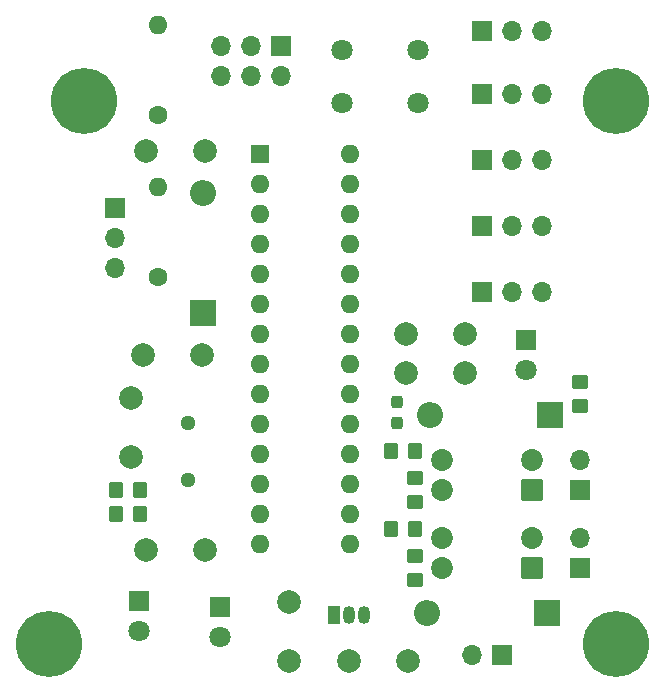
<source format=gbr>
%TF.GenerationSoftware,KiCad,Pcbnew,7.0.7*%
%TF.CreationDate,2023-09-24T14:06:49+13:00*%
%TF.ProjectId,MAIN BOARD,4d41494e-2042-44f4-9152-442e6b696361,rev?*%
%TF.SameCoordinates,Original*%
%TF.FileFunction,Soldermask,Top*%
%TF.FilePolarity,Negative*%
%FSLAX46Y46*%
G04 Gerber Fmt 4.6, Leading zero omitted, Abs format (unit mm)*
G04 Created by KiCad (PCBNEW 7.0.7) date 2023-09-24 14:06:49*
%MOMM*%
%LPD*%
G01*
G04 APERTURE LIST*
G04 Aperture macros list*
%AMRoundRect*
0 Rectangle with rounded corners*
0 $1 Rounding radius*
0 $2 $3 $4 $5 $6 $7 $8 $9 X,Y pos of 4 corners*
0 Add a 4 corners polygon primitive as box body*
4,1,4,$2,$3,$4,$5,$6,$7,$8,$9,$2,$3,0*
0 Add four circle primitives for the rounded corners*
1,1,$1+$1,$2,$3*
1,1,$1+$1,$4,$5*
1,1,$1+$1,$6,$7*
1,1,$1+$1,$8,$9*
0 Add four rect primitives between the rounded corners*
20,1,$1+$1,$2,$3,$4,$5,0*
20,1,$1+$1,$4,$5,$6,$7,0*
20,1,$1+$1,$6,$7,$8,$9,0*
20,1,$1+$1,$8,$9,$2,$3,0*%
G04 Aperture macros list end*
%ADD10C,2.000000*%
%ADD11R,1.700000X1.700000*%
%ADD12O,1.700000X1.700000*%
%ADD13R,1.800000X1.800000*%
%ADD14C,1.800000*%
%ADD15R,2.200000X2.200000*%
%ADD16O,2.200000X2.200000*%
%ADD17C,5.600000*%
%ADD18RoundRect,0.250000X-0.350000X-0.450000X0.350000X-0.450000X0.350000X0.450000X-0.350000X0.450000X0*%
%ADD19RoundRect,0.250000X0.350000X0.450000X-0.350000X0.450000X-0.350000X-0.450000X0.350000X-0.450000X0*%
%ADD20R,1.600000X1.600000*%
%ADD21O,1.600000X1.600000*%
%ADD22RoundRect,0.102000X0.825000X0.825000X-0.825000X0.825000X-0.825000X-0.825000X0.825000X-0.825000X0*%
%ADD23C,1.854000*%
%ADD24C,1.600000*%
%ADD25RoundRect,0.250000X-0.450000X0.350000X-0.450000X-0.350000X0.450000X-0.350000X0.450000X0.350000X0*%
%ADD26C,1.284000*%
%ADD27R,1.050000X1.500000*%
%ADD28O,1.050000X1.500000*%
%ADD29RoundRect,0.237500X0.237500X-0.287500X0.237500X0.287500X-0.237500X0.287500X-0.237500X-0.287500X0*%
G04 APERTURE END LIST*
D10*
%TO.C,C7*%
X157440000Y-122428000D03*
X152440000Y-122428000D03*
%TD*%
D11*
%TO.C,J6*%
X165359000Y-121920000D03*
D12*
X162819000Y-121920000D03*
%TD*%
D10*
%TO.C,C6*%
X162266000Y-94742000D03*
X157266000Y-94742000D03*
%TD*%
D13*
%TO.C,D3*%
X134620000Y-117343000D03*
D14*
X134620000Y-119883000D03*
%TD*%
D11*
%TO.C,J9*%
X132588000Y-84089000D03*
D12*
X132588000Y-86629000D03*
X132588000Y-89169000D03*
%TD*%
D10*
%TO.C,C2*%
X133948000Y-105124000D03*
X133948000Y-100124000D03*
%TD*%
D11*
%TO.C,J8*%
X171958000Y-114559000D03*
D12*
X171958000Y-112019000D03*
%TD*%
D15*
%TO.C,D1*%
X169164000Y-118364000D03*
D16*
X159004000Y-118364000D03*
%TD*%
D17*
%TO.C,REF\u002A\u002A*%
X130000000Y-75000000D03*
%TD*%
%TO.C,REF\u002A\u002A*%
X127000000Y-121000000D03*
%TD*%
D11*
%TO.C,J1*%
X163666000Y-91194000D03*
D12*
X166206000Y-91194000D03*
X168746000Y-91194000D03*
%TD*%
D18*
%TO.C,R8*%
X155972000Y-111252000D03*
X157972000Y-111252000D03*
%TD*%
D15*
%TO.C,D5*%
X169418000Y-101600000D03*
D16*
X159258000Y-101600000D03*
%TD*%
D13*
%TO.C,D6*%
X167386000Y-95250000D03*
D14*
X167386000Y-97790000D03*
%TD*%
D10*
%TO.C,C1*%
X157266000Y-98044000D03*
X162266000Y-98044000D03*
%TD*%
D18*
%TO.C,R6*%
X155972000Y-104648000D03*
X157972000Y-104648000D03*
%TD*%
D19*
%TO.C,R4*%
X134694000Y-109990000D03*
X132694000Y-109990000D03*
%TD*%
D17*
%TO.C,REF\u002A\u002A*%
X175000000Y-121000000D03*
%TD*%
D20*
%TO.C,U1*%
X144880000Y-79520000D03*
D21*
X144880000Y-82060000D03*
X144880000Y-84600000D03*
X144880000Y-87140000D03*
X144880000Y-89680000D03*
X144880000Y-92220000D03*
X144880000Y-94760000D03*
X144880000Y-97300000D03*
X144880000Y-99840000D03*
X144880000Y-102380000D03*
X144880000Y-104920000D03*
X144880000Y-107460000D03*
X144880000Y-110000000D03*
X144880000Y-112540000D03*
X152500000Y-112540000D03*
X152500000Y-110000000D03*
X152500000Y-107460000D03*
X152500000Y-104920000D03*
X152500000Y-102380000D03*
X152500000Y-99840000D03*
X152500000Y-97300000D03*
X152500000Y-94760000D03*
X152500000Y-92220000D03*
X152500000Y-89680000D03*
X152500000Y-87140000D03*
X152500000Y-84600000D03*
X152500000Y-82060000D03*
X152500000Y-79520000D03*
%TD*%
D10*
%TO.C,C3*%
X140258000Y-113038000D03*
X135258000Y-113038000D03*
%TD*%
D22*
%TO.C,Q3*%
X167894000Y-107950000D03*
D23*
X167894000Y-105410000D03*
X160274000Y-105410000D03*
X160274000Y-107950000D03*
%TD*%
D11*
%TO.C,J5*%
X163666000Y-69096000D03*
D12*
X166206000Y-69096000D03*
X168746000Y-69096000D03*
%TD*%
D24*
%TO.C,R2*%
X136234000Y-76208000D03*
D21*
X136234000Y-68588000D03*
%TD*%
D10*
%TO.C,C5*%
X140258000Y-79256000D03*
X135258000Y-79256000D03*
%TD*%
D25*
%TO.C,R5*%
X171958000Y-98822000D03*
X171958000Y-100822000D03*
%TD*%
D10*
%TO.C,C4*%
X135004000Y-96528000D03*
X140004000Y-96528000D03*
%TD*%
D13*
%TO.C,D2*%
X141478000Y-117851000D03*
D14*
X141478000Y-120391000D03*
%TD*%
D24*
%TO.C,R1*%
X136234000Y-89924000D03*
D21*
X136234000Y-82304000D03*
%TD*%
D26*
%TO.C,Y1*%
X138774000Y-102216000D03*
X138774000Y-107096000D03*
%TD*%
D11*
%TO.C,J3*%
X163666000Y-80018000D03*
D12*
X166206000Y-80018000D03*
X168746000Y-80018000D03*
%TD*%
D25*
%TO.C,R7*%
X157988000Y-106950000D03*
X157988000Y-108950000D03*
%TD*%
D15*
%TO.C,D4*%
X140044000Y-92972000D03*
D16*
X140044000Y-82812000D03*
%TD*%
D11*
%TO.C,J7*%
X171958000Y-107955000D03*
D12*
X171958000Y-105415000D03*
%TD*%
D27*
%TO.C,U2*%
X151130000Y-118470000D03*
D28*
X152400000Y-118470000D03*
X153670000Y-118470000D03*
%TD*%
D11*
%TO.C,J0*%
X146648000Y-70366000D03*
D12*
X146648000Y-72906000D03*
X144108000Y-70366000D03*
X144108000Y-72906000D03*
X141568000Y-70366000D03*
X141568000Y-72906000D03*
%TD*%
D10*
%TO.C,C8*%
X147320000Y-117388000D03*
X147320000Y-122388000D03*
%TD*%
D25*
%TO.C,R9*%
X157988000Y-113554000D03*
X157988000Y-115554000D03*
%TD*%
D17*
%TO.C,REF\u002A\u002A*%
X175000000Y-75000000D03*
%TD*%
D11*
%TO.C,J2*%
X163666000Y-85606000D03*
D12*
X166206000Y-85606000D03*
X168746000Y-85606000D03*
%TD*%
D14*
%TO.C,S2*%
X151780000Y-70656000D03*
X151780000Y-75156000D03*
X158280000Y-70656000D03*
X158280000Y-75156000D03*
%TD*%
D22*
%TO.C,Q4*%
X167894000Y-114554000D03*
D23*
X167894000Y-112014000D03*
X160274000Y-112014000D03*
X160274000Y-114554000D03*
%TD*%
D11*
%TO.C,J4*%
X163666000Y-74430000D03*
D12*
X166206000Y-74430000D03*
X168746000Y-74430000D03*
%TD*%
D19*
%TO.C,R3*%
X134694000Y-107958000D03*
X132694000Y-107958000D03*
%TD*%
D29*
%TO.C,FB1*%
X156464000Y-102221000D03*
X156464000Y-100471000D03*
%TD*%
M02*

</source>
